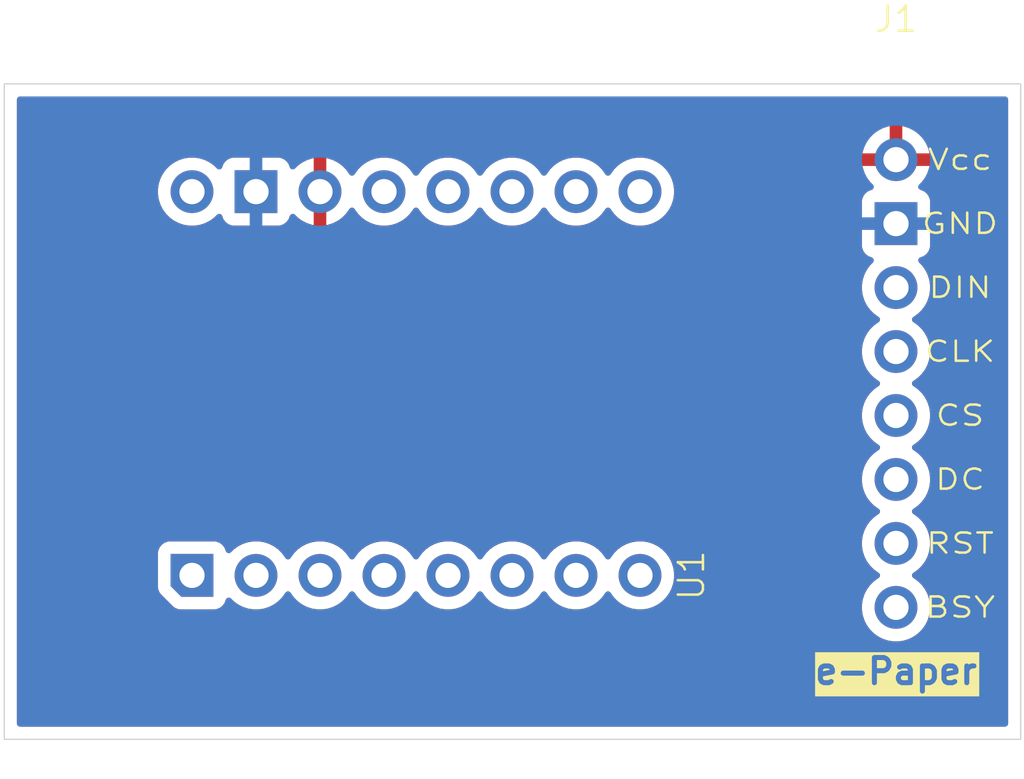
<source format=kicad_pcb>
(kicad_pcb (version 20241229) (generator "pcbnew") (generator_version "9.0")
  (layers (0 "F.Cu" signal) (2 "B.Cu" signal) (13 "F.Paste" user) (15 "B.Paste" user) (5 "F.SilkS" user "F.Silkscreen") (7 "B.SilkS" user "B.Silkscreen") (1 "F.Mask" user) (3 "B.Mask" user) (25 "Edge.Cuts" user))
  (net 0 "")
  (net 1 "/DC")
  (net 3 "/3V3")
  (net 7 "/CS")
  (net 8 "/BUSY")
  (net 12 "/RESET")
  (net 13 "GND")
  (net 14 "/CLK")
  (net 15 "/DN")
  (footprint "Alexander Footprints Library:Conn_ePaper" (layer "F.Cu") (at 175.26 82.55)
    (property "Reference" "J1" (at 0 -0.5 0) (layer "F.SilkS") (effects (font (thickness 0.1))))
    (property "Value" "e-Paper")
    (fp_text user "RST" (at 2.54 20.32 0) (layer "F.SilkS") (effects (font (size 0.8 1) (thickness 0.1))))
    (fp_text user "e-Paper" (at 0 25.4 0) (layer "F.SilkS" knockout) (effects (font (thickness 0.2) (bold yes))))
    (fp_text user "BSY" (at 2.54 22.86 0) (layer "F.SilkS") (effects (font (size 0.8 1) (thickness 0.1))))
    (fp_text user "CLK" (at 2.54 12.7 0) (layer "F.SilkS") (effects (font (size 0.8 1) (thickness 0.1))))
    (fp_text user "CS" (at 2.54 15.24 0) (layer "F.SilkS") (effects (font (size 0.8 1) (thickness 0.1))))
    (fp_text user "GND" (at 2.54 7.62 0) (layer "F.SilkS") (effects (font (size 0.8 1) (thickness 0.1))))
    (fp_text user "DC" (at 2.54 17.78 0) (layer "F.SilkS") (effects (font (size 0.8 1) (thickness 0.1))))
    (fp_text user "DIN" (at 2.54 10.16 0) (layer "F.SilkS") (effects (font (size 0.8 1) (thickness 0.1))))
    (fp_text user "Vcc" (at 2.54 5.08 0) (layer "F.SilkS") (effects (font (size 0.8 1) (thickness 0.1))))
    (pad "BUSY" thru_hole oval (at 0 22.86) (size 1.7 1.7) (drill 1) (layers "*.Cu" "*.Mask") (net 8 "/BUSY"))
    (pad "CLK" thru_hole oval (at 0 12.7) (size 1.7 1.7) (drill 1) (layers "*.Cu" "*.Mask") (net 14 "/CLK"))
    (pad "CS" thru_hole oval (at 0 15.24) (size 1.7 1.7) (drill 1) (layers "*.Cu" "*.Mask") (net 12 "/RESET"))
    (pad "DC" thru_hole oval (at 0 17.78) (size 1.7 1.7) (drill 1) (layers "*.Cu" "*.Mask") (net 7 "/CS"))
    (pad "DIN" thru_hole oval (at 0 10.16) (size 1.7 1.7) (drill 1) (layers "*.Cu" "*.Mask") (net 15 "/DN"))
    (pad "GND" thru_hole rect (at 0 7.62) (size 1.7 1.7) (drill 1) (layers "*.Cu" "*.Mask") (net 13 "GND"))
    (pad "RST" thru_hole oval (at 0 20.32) (size 1.7 1.7) (drill 1) (layers "*.Cu" "*.Mask") (net 1 "/DC"))
    (pad "Vcc" thru_hole oval (at 0 5.08) (size 1.7 1.7) (drill 1) (layers "*.Cu" "*.Mask") (net 3 "/3V3"))
  )
  (footprint "Alexander Footprints Library:ESP32-C3_SuperMini" (layer "F.Cu") (at 167.64 104.14 90)
    (property "Reference" "U1" (at 0 -0.5 90) (layer "F.SilkS") (effects (font (thickness 0.1))))
    (property "Value" "ESP32-C3 SuperMini")
    (pad "1" thru_hole roundrect (at 0 -20.32 90) (size 1.7 1.7) (drill 1) (layers "*.Cu" "*.Mask") (roundrect_rratio 0) (chamfer_ratio 0.25) (chamfer top_left))
    (pad "2" thru_hole oval (at 0 -17.78 90) (size 1.7 1.7) (drill 1) (layers "*.Cu" "*.Mask") (net 15 "/DN"))
    (pad "3" thru_hole oval (at 0 -15.24 90) (size 1.7 1.7) (drill 1) (layers "*.Cu" "*.Mask") (net 7 "/CS"))
    (pad "4" thru_hole oval (at 0 -12.7 90) (size 1.7 1.7) (drill 1) (layers "*.Cu" "*.Mask"))
    (pad "5" thru_hole oval (at 0 -10.16 90) (size 1.7 1.7) (drill 1) (layers "*.Cu" "*.Mask"))
    (pad "6" thru_hole oval (at 0 -7.62 90) (size 1.7 1.7) (drill 1) (layers "*.Cu" "*.Mask"))
    (pad "7" thru_hole oval (at 0 -5.08 90) (size 1.7 1.7) (drill 1) (layers "*.Cu" "*.Mask"))
    (pad "8" thru_hole oval (at 0 -2.54 90) (size 1.7 1.7) (drill 1) (layers "*.Cu" "*.Mask"))
    (pad "9" thru_hole oval (at 15.24 -2.54 90) (size 1.7 1.7) (drill 1) (layers "*.Cu" "*.Mask"))
    (pad "10" thru_hole oval (at 15.24 -5.08 90) (size 1.7 1.7) (drill 1) (layers "*.Cu" "*.Mask") (net 1 "/DC"))
    (pad "11" thru_hole oval (at 15.24 -7.62 90) (size 1.7 1.7) (drill 1) (layers "*.Cu" "*.Mask") (net 12 "/RESET"))
    (pad "12" thru_hole oval (at 15.24 -10.16 90) (size 1.7 1.7) (drill 1) (layers "*.Cu" "*.Mask") (net 8 "/BUSY"))
    (pad "13" thru_hole oval (at 15.24 -12.7 90) (size 1.7 1.7) (drill 1) (layers "*.Cu" "*.Mask") (net 14 "/CLK"))
    (pad "14" thru_hole oval (at 15.24 -15.24 90) (size 1.7 1.7) (drill 1) (layers "*.Cu" "*.Mask") (net 3 "/3V3"))
    (pad "15" thru_hole rect (at 15.24 -17.78 90) (size 1.7 1.7) (drill 1) (layers "*.Cu" "*.Mask") (net 13 "GND"))
    (pad "16" thru_hole oval (at 15.24 -20.32 90) (size 1.7 1.7) (drill 1) (layers "*.Cu" "*.Mask"))
  )
  (gr_rect (start 139.87 84.62) (end 180.21 110.65) (stroke (width 0.05)) (fill no) (layer "Edge.Cuts"))
  (zone (net 3) (net_name "/3V3") (layer "F.Cu") (priority 1) (connect_pads (clearance 0.5)) (min_thickness 0.25) (fill yes (thermal_gap 0.5) (thermal_bridge_width 0.5))
    (polygon (pts (xy 139.7 85.09) (xy 180.34 85.09) (xy 180.34 110.49) (xy 139.7 110.49)))
  )
  (zone (net 13) (net_name "GND") (layer "B.Cu") (connect_pads (clearance 0.5)) (min_thickness 0.25) (fill yes (thermal_gap 0.5) (thermal_bridge_width 0.5))
    (polygon (pts (xy 139.7 85.09) (xy 180.34 85.09) (xy 180.34 110.49) (xy 139.7 110.49)))
  )
)
</source>
